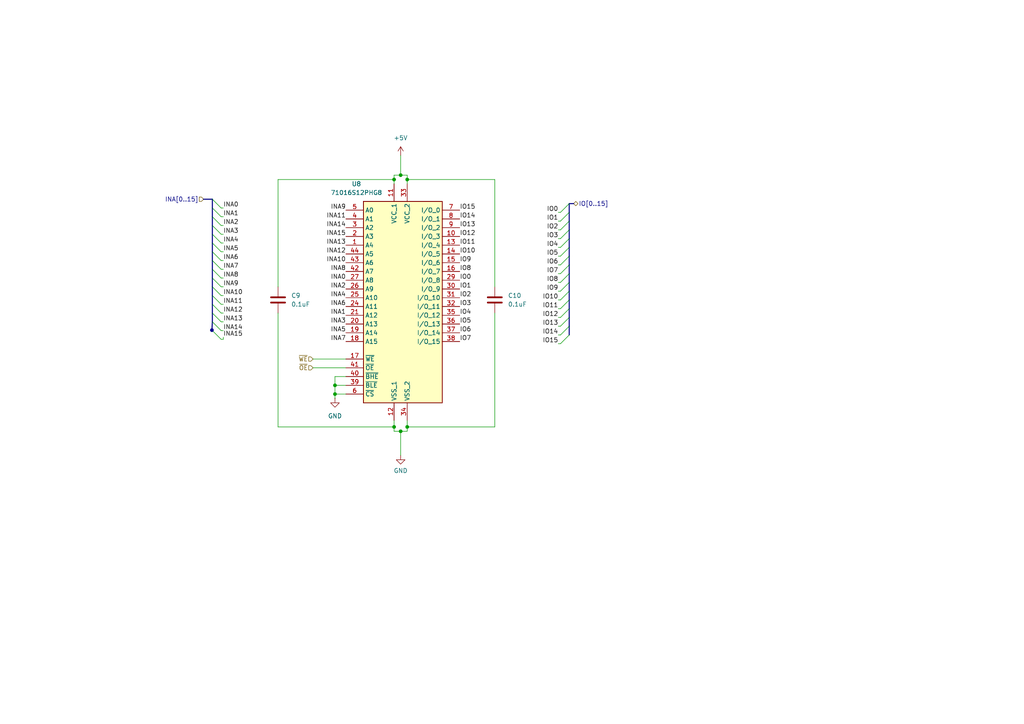
<source format=kicad_sch>
(kicad_sch (version 20250114) (generator "eeschema") (generator_version "9.0")
  (paper "A4")
  (title_block (comment 2 "Write: ~{OE} = H, ~{WE} = L") (comment 3 "Read: ~{OE} = L, ~{WE} = H") (comment 4 "High-Z output: ~{OE} = H, ~{WE} = H"))
  (lib_symbols
    (symbol "71016S12PHG8:71016S12PHG8"
      (property "Reference" "U?" (at 3.048 7.62 0))
      (property "Value" "71016S12PHG8" (at 3.048 5.08 0))
      (symbol "71016S12PHG8_1_1"
        (rectangle (start 5.08 2.54) (end 27.94 -55.88) (stroke (width 0.254)) (fill (type background)))
        (pin passive line (at 0 0 0) (length 5.08) (name "A0") (number "5"))
        (pin passive line (at 0 -2.54 0) (length 5.08) (name "A1") (number "4"))
        (pin passive line (at 0 -5.08 0) (length 5.08) (name "A2") (number "3"))
        (pin passive line (at 0 -7.62 0) (length 5.08) (name "A3") (number "2"))
        (pin passive line (at 0 -10.16 0) (length 5.08) (name "A4") (number "1"))
        (pin passive line (at 0 -12.7 0) (length 5.08) (name "A5") (number "44"))
        (pin passive line (at 0 -15.24 0) (length 5.08) (name "A6") (number "43"))
        (pin passive line (at 0 -17.78 0) (length 5.08) (name "A7") (number "42"))
        (pin passive line (at 0 -20.32 0) (length 5.08) (name "A8") (number "27"))
        (pin passive line (at 0 -22.86 0) (length 5.08) (name "A9") (number "26"))
        (pin passive line (at 0 -25.4 0) (length 5.08) (name "A10") (number "25"))
        (pin passive line (at 0 -27.94 0) (length 5.08) (name "A11") (number "24"))
        (pin passive line (at 0 -30.48 0) (length 5.08) (name "A12") (number "21"))
        (pin passive line (at 0 -33.02 0) (length 5.08) (name "A13") (number "20"))
        (pin passive line (at 0 -35.56 0) (length 5.08) (name "A14") (number "19"))
        (pin passive line (at 0 -38.1 0) (length 5.08) (name "A15") (number "18"))
        (pin passive line (at 0 -43.18 0) (length 5.08) (name "~{WE}") (number "17"))
        (pin passive line (at 0 -45.72 0) (length 5.08) (name "~{OE}") (number "41"))
        (pin passive line (at 0 -48.26 0) (length 5.08) (name "~{BHE}") (number "40"))
        (pin passive line (at 0 -50.8 0) (length 5.08) (name "~{BLE}") (number "39"))
        (pin passive line (at 0 -53.34 0) (length 5.08) (name "~{CS}") (number "6"))
        (pin passive line (at 13.97 7.62 270) (length 5.08) (name "VCC_1") (number "11"))
        (pin passive line (at 13.97 -60.96 90) (length 5.08) (name "VSS_1") (number "12"))
        (pin passive line (at 17.78 7.62 270) (length 5.08) (name "VCC_2") (number "33"))
        (pin passive line (at 17.78 -60.96 90) (length 5.08) (name "VSS_2") (number "34"))
        (pin passive line (at 33.02 0 180) (length 5.08) (name "I/O_0") (number "7"))
        (pin passive line (at 33.02 -2.54 180) (length 5.08) (name "I/O_1") (number "8"))
        (pin passive line (at 33.02 -5.08 180) (length 5.08) (name "I/O_2") (number "9"))
        (pin passive line (at 33.02 -7.62 180) (length 5.08) (name "I/O_3") (number "10"))
        (pin passive line (at 33.02 -10.16 180) (length 5.08) (name "I/O_4") (number "13"))
        (pin passive line (at 33.02 -12.7 180) (length 5.08) (name "I/O_5") (number "14"))
        (pin passive line (at 33.02 -15.24 180) (length 5.08) (name "I/O_6") (number "15"))
        (pin passive line (at 33.02 -17.78 180) (length 5.08) (name "I/O_7") (number "16"))
        (pin passive line (at 33.02 -20.32 180) (length 5.08) (name "I/O_8") (number "29"))
        (pin passive line (at 33.02 -22.86 180) (length 5.08) (name "I/O_9") (number "30"))
        (pin passive line (at 33.02 -25.4 180) (length 5.08) (name "I/O_10") (number "31"))
        (pin passive line (at 33.02 -27.94 180) (length 5.08) (name "I/O_11") (number "32"))
        (pin passive line (at 33.02 -30.48 180) (length 5.08) (name "I/O_12") (number "35"))
        (pin passive line (at 33.02 -33.02 180) (length 5.08) (name "I/O_13") (number "36"))
        (pin passive line (at 33.02 -35.56 180) (length 5.08) (name "I/O_14") (number "37"))
        (pin passive line (at 33.02 -38.1 180) (length 5.08) (name "I/O_15") (number "38"))
      )
    )
    (symbol "Device:C" (pin_numbers (hide yes)) (pin_names (offset 0.254))
      (property "Reference" "C" (at 0.635 2.54 0))
      (property "Value" "C" (at 0.635 -2.54 0))
      (symbol "C_0_1"
        (polyline (pts (xy -2.032 0.762) (xy 2.032 0.762)) (stroke (width 0.508)))
        (polyline (pts (xy -2.032 -0.762) (xy 2.032 -0.762)) (stroke (width 0.508)))
      )
      (symbol "C_1_1"
        (pin passive line (at 0 3.81 270) (length 2.794) (name "~") (number "1"))
        (pin passive line (at 0 -3.81 90) (length 2.794) (name "~") (number "2"))
      )
    )
    (symbol "power:+5V" (power) (pin_numbers (hide yes)) (pin_names (offset 0) (hide yes))
      (property "Value" "+5V" (at 0 3.556 0))
      (symbol "+5V_0_1"
        (polyline (pts (xy -0.762 1.27) (xy 0 2.54)))
        (polyline (pts (xy 0 2.54) (xy 0.762 1.27)))
        (polyline (pts (xy 0 0) (xy 0 2.54)))
      )
      (symbol "+5V_1_1"
        (pin power_in line (at 0 0 90) (length 0) (name "~") (number "1"))
      )
    )
    (symbol "power:GND" (power) (pin_numbers (hide yes)) (pin_names (offset 0) (hide yes))
      (property "Value" "GND" (at 0 -3.81 0))
      (symbol "GND_0_1"
        (polyline (pts (xy 0 0) (xy 0 -1.27) (xy 1.27 -1.27) (xy 0 -2.54) (xy -1.27 -1.27) (xy 0 -1.27)))
      )
      (symbol "GND_1_1"
        (pin power_in line (at 0 0 270) (length 0) (name "~") (number "1"))
      )
    )
  )
  (junction (at 116.205 50.8))
  (junction (at 114.3 52.07))
  (junction (at 118.11 123.825))
  (junction (at 97.155 111.76))
  (junction (at 61.468 95.758))
  (junction (at 97.155 114.3))
  (junction (at 118.11 52.07))
  (junction (at 114.3 123.825))
  (junction (at 116.205 125.095))
  (bus_entry (at 165.1 66.675) (size -2.54 2.54))
  (bus_entry (at 165.1 84.455) (size -2.54 2.54))
  (bus_entry (at 61.595 70.485) (size 2.54 2.54))
  (bus_entry (at 165.1 74.295) (size -2.54 2.54))
  (bus_entry (at 165.1 61.595) (size -2.54 2.54))
  (bus_entry (at 61.595 65.405) (size 2.54 2.54))
  (bus_entry (at 165.1 92.075) (size -2.54 2.54))
  (bus_entry (at 165.1 76.835) (size -2.54 2.54))
  (bus_entry (at 61.595 85.725) (size 2.54 2.54))
  (bus_entry (at 61.595 75.565) (size 2.54 2.54))
  (bus_entry (at 61.595 88.265) (size 2.54 2.54))
  (bus_entry (at 165.1 81.915) (size -2.54 2.54))
  (bus_entry (at 61.595 80.645) (size 2.54 2.54))
  (bus_entry (at 61.595 93.345) (size 2.54 2.54))
  (bus_entry (at 165.1 86.995) (size -2.54 2.54))
  (bus_entry (at 61.595 67.945) (size 2.54 2.54))
  (bus_entry (at 165.1 71.755) (size -2.54 2.54))
  (bus_entry (at 165.1 97.155) (size -2.54 2.54))
  (bus_entry (at 165.1 89.535) (size -2.54 2.54))
  (bus_entry (at 61.595 57.785) (size 2.54 2.54))
  (bus_entry (at 165.1 69.215) (size -2.54 2.54))
  (bus_entry (at 61.595 95.885) (size 2.54 2.54))
  (bus_entry (at 165.1 64.135) (size -2.54 2.54))
  (bus_entry (at 61.595 78.105) (size 2.54 2.54))
  (bus_entry (at 165.1 79.375) (size -2.54 2.54))
  (bus_entry (at 61.595 83.185) (size 2.54 2.54))
  (bus_entry (at 165.1 59.055) (size -2.54 2.54))
  (bus_entry (at 61.595 90.805) (size 2.54 2.54))
  (bus_entry (at 165.1 94.615) (size -2.54 2.54))
  (bus_entry (at 61.595 73.025) (size 2.54 2.54))
  (bus_entry (at 61.595 62.865) (size 2.54 2.54))
  (bus_entry (at 61.595 60.325) (size 2.54 2.54))
  (wire (pts (xy 97.155 114.3) (xy 97.155 111.76)))
  (bus (pts (xy 61.595 57.785) (xy 61.595 60.325)))
  (wire (pts (xy 64.135 85.725) (xy 64.77 85.725)))
  (bus (pts (xy 61.595 93.345) (xy 61.468 95.758)))
  (wire (pts (xy 161.925 74.295) (xy 162.56 74.295)))
  (wire (pts (xy 90.805 104.14) (xy 100.33 104.14)))
  (bus (pts (xy 165.1 79.375) (xy 165.1 81.915)))
  (bus (pts (xy 61.595 85.725) (xy 61.595 88.265)))
  (wire (pts (xy 64.135 78.105) (xy 64.77 78.105)))
  (bus (pts (xy 165.1 64.135) (xy 165.1 66.675)))
  (bus (pts (xy 61.595 80.645) (xy 61.595 83.185)))
  (wire (pts (xy 64.135 60.325) (xy 64.77 60.325)))
  (wire (pts (xy 64.135 88.265) (xy 64.77 88.265)))
  (bus (pts (xy 165.1 69.215) (xy 165.1 71.755)))
  (wire (pts (xy 64.135 75.565) (xy 64.77 75.565)))
  (bus (pts (xy 165.1 76.835) (xy 165.1 79.375)))
  (wire (pts (xy 143.51 90.805) (xy 143.51 123.825)))
  (bus (pts (xy 165.1 66.675) (xy 165.1 69.215)))
  (wire (pts (xy 114.3 123.825) (xy 114.3 121.92)))
  (bus (pts (xy 165.1 84.455) (xy 165.1 86.995)))
  (wire (pts (xy 64.135 83.185) (xy 64.77 83.185)))
  (bus (pts (xy 165.1 71.755) (xy 165.1 74.295)))
  (wire (pts (xy 161.925 89.535) (xy 162.56 89.535)))
  (wire (pts (xy 116.205 50.8) (xy 114.3 50.8)))
  (bus (pts (xy 61.595 73.025) (xy 61.595 75.565)))
  (wire (pts (xy 64.135 95.885) (xy 64.77 95.885)))
  (wire (pts (xy 161.925 92.075) (xy 162.56 92.075)))
  (wire (pts (xy 64.135 70.485) (xy 64.77 70.485)))
  (wire (pts (xy 161.925 97.155) (xy 162.56 97.155)))
  (bus (pts (xy 61.595 95.885) (xy 61.595 95.758)))
  (wire (pts (xy 97.155 109.22) (xy 100.33 109.22)))
  (wire (pts (xy 116.205 45.085) (xy 116.205 50.8)))
  (wire (pts (xy 64.135 98.425) (xy 64.77 98.425)))
  (bus (pts (xy 59.055 57.785) (xy 61.595 57.785)))
  (bus (pts (xy 61.595 70.485) (xy 61.595 73.025)))
  (bus (pts (xy 61.595 78.105) (xy 61.595 80.645)))
  (wire (pts (xy 97.155 115.57) (xy 97.155 114.3)))
  (bus (pts (xy 61.595 90.805) (xy 61.595 93.345)))
  (wire (pts (xy 161.925 76.835) (xy 162.56 76.835)))
  (wire (pts (xy 97.155 111.76) (xy 100.33 111.76)))
  (wire (pts (xy 143.51 52.07) (xy 143.51 83.185)))
  (bus (pts (xy 166.37 59.055) (xy 165.1 59.055)))
  (wire (pts (xy 80.645 123.825) (xy 114.3 123.825)))
  (bus (pts (xy 61.468 95.758) (xy 61.595 95.885)))
  (bus (pts (xy 61.595 67.945) (xy 61.595 70.485)))
  (wire (pts (xy 97.155 114.3) (xy 100.33 114.3)))
  (wire (pts (xy 64.135 62.865) (xy 64.77 62.865)))
  (wire (pts (xy 161.925 66.675) (xy 162.56 66.675)))
  (bus (pts (xy 61.595 95.758) (xy 61.468 95.758)))
  (bus (pts (xy 61.595 62.865) (xy 61.595 65.405)))
  (bus (pts (xy 165.1 89.535) (xy 165.1 92.075)))
  (wire (pts (xy 118.11 125.095) (xy 118.11 123.825)))
  (bus (pts (xy 165.1 86.995) (xy 165.1 89.535)))
  (wire (pts (xy 114.3 52.07) (xy 114.3 53.34)))
  (wire (pts (xy 80.645 52.07) (xy 114.3 52.07)))
  (wire (pts (xy 118.11 123.825) (xy 118.11 121.92)))
  (wire (pts (xy 118.11 50.8) (xy 118.11 52.07)))
  (bus (pts (xy 61.595 60.325) (xy 61.595 62.865)))
  (wire (pts (xy 118.11 52.07) (xy 118.11 53.34)))
  (wire (pts (xy 143.51 123.825) (xy 118.11 123.825)))
  (wire (pts (xy 114.3 50.8) (xy 114.3 52.07)))
  (wire (pts (xy 161.925 99.695) (xy 162.56 99.695)))
  (bus (pts (xy 165.1 92.075) (xy 165.1 94.615)))
  (wire (pts (xy 118.11 52.07) (xy 143.51 52.07)))
  (wire (pts (xy 161.925 69.215) (xy 162.56 69.215)))
  (bus (pts (xy 61.595 65.405) (xy 61.595 67.945)))
  (wire (pts (xy 114.3 125.095) (xy 116.205 125.095)))
  (wire (pts (xy 80.645 90.805) (xy 80.645 123.825)))
  (wire (pts (xy 161.925 84.455) (xy 162.56 84.455)))
  (wire (pts (xy 161.925 81.915) (xy 162.56 81.915)))
  (wire (pts (xy 116.205 125.095) (xy 118.11 125.095)))
  (wire (pts (xy 161.925 64.135) (xy 162.56 64.135)))
  (wire (pts (xy 116.205 50.8) (xy 118.11 50.8)))
  (wire (pts (xy 64.135 67.945) (xy 64.77 67.945)))
  (wire (pts (xy 90.805 106.68) (xy 100.33 106.68)))
  (wire (pts (xy 64.135 90.805) (xy 64.77 90.805)))
  (wire (pts (xy 161.925 94.615) (xy 162.56 94.615)))
  (bus (pts (xy 165.1 59.055) (xy 165.1 61.595)))
  (wire (pts (xy 64.135 80.645) (xy 64.77 80.645)))
  (bus (pts (xy 61.595 75.565) (xy 61.595 78.105)))
  (wire (pts (xy 64.77 97.79) (xy 64.77 98.425)))
  (wire (pts (xy 64.135 73.025) (xy 64.77 73.025)))
  (wire (pts (xy 161.925 61.595) (xy 162.56 61.595)))
  (wire (pts (xy 114.3 125.095) (xy 114.3 123.825)))
  (wire (pts (xy 97.155 111.76) (xy 97.155 109.22)))
  (wire (pts (xy 161.925 79.375) (xy 162.56 79.375)))
  (bus (pts (xy 165.1 94.615) (xy 165.1 97.155)))
  (bus (pts (xy 165.1 74.295) (xy 165.1 76.835)))
  (bus (pts (xy 61.595 88.265) (xy 61.595 90.805)))
  (wire (pts (xy 80.645 83.185) (xy 80.645 52.07)))
  (bus (pts (xy 165.1 81.915) (xy 165.1 84.455)))
  (wire (pts (xy 64.135 93.345) (xy 64.77 93.345)))
  (wire (pts (xy 64.135 65.405) (xy 64.77 65.405)))
  (bus (pts (xy 165.1 61.595) (xy 165.1 64.135)))
  (wire (pts (xy 161.925 86.995) (xy 162.56 86.995)))
  (bus (pts (xy 61.595 83.185) (xy 61.595 85.725)))
  (wire (pts (xy 161.925 71.755) (xy 162.56 71.755)))
  (wire (pts (xy 116.205 125.095) (xy 116.205 132.08)))
  (label "INA1" (at 100.33 91.44 180))
  (label "IO15" (at 161.925 99.695 180))
  (label "INA5" (at 64.77 73.025 0))
  (label "INA7" (at 100.33 99.06 180))
  (label "INA15" (at 100.33 68.58 180))
  (label "IO5" (at 133.35 93.98 0))
  (label "INA2" (at 100.33 83.82 180))
  (label "IO13" (at 161.925 94.615 180))
  (label "INA6" (at 100.33 88.9 180))
  (label "IO9" (at 161.925 84.455 180))
  (label "INA4" (at 100.33 86.36 180))
  (label "IO10" (at 133.35 73.66 0))
  (label "IO11" (at 161.925 89.535 180))
  (label "INA9" (at 100.33 60.96 180))
  (label "IO0" (at 161.925 61.595 180))
  (label "IO1" (at 161.925 64.135 180))
  (label "INA11" (at 64.77 88.265 0))
  (label "INA10" (at 100.33 76.2 180))
  (label "INA6" (at 64.77 75.565 0))
  (label "IO5" (at 161.925 74.295 180))
  (label "INA0" (at 100.33 81.28 180))
  (label "INA14" (at 100.33 66.04 180))
  (label "INA7" (at 64.77 78.105 0))
  (label "INA5" (at 100.33 96.52 180))
  (label "IO4" (at 133.35 91.44 0))
  (label "IO3" (at 133.35 88.9 0))
  (label "INA8" (at 64.77 80.645 0))
  (label "IO2" (at 161.925 66.675 180))
  (label "IO6" (at 133.35 96.52 0))
  (label "INA12" (at 64.77 90.805 0))
  (label "INA11" (at 100.33 63.5 180))
  (label "IO14" (at 161.925 97.155 180))
  (label "IO14" (at 133.35 63.5 0))
  (label "INA13" (at 100.33 71.12 180))
  (label "IO8" (at 161.925 81.915 180))
  (label "IO7" (at 133.35 99.06 0))
  (label "IO12" (at 161.925 92.075 180))
  (label "IO13" (at 133.35 66.04 0))
  (label "INA12" (at 100.33 73.66 180))
  (label "IO7" (at 161.925 79.375 180))
  (label "IO2" (at 133.35 86.36 0))
  (label "INA0" (at 64.77 60.325 0))
  (label "IO4" (at 161.925 71.755 180))
  (label "INA1" (at 64.77 62.865 0))
  (label "INA8" (at 100.33 78.74 180))
  (label "IO12" (at 133.35 68.58 0))
  (label "INA10" (at 64.77 85.725 0))
  (label "IO15" (at 133.35 60.96 0))
  (label "INA3" (at 100.33 93.98 180))
  (label "IO10" (at 161.925 86.995 180))
  (label "INA2" (at 64.77 65.405 0))
  (label "INA9" (at 64.77 83.185 0))
  (label "IO3" (at 161.925 69.215 180))
  (label "IO0" (at 133.35 81.28 0))
  (label "INA3" (at 64.77 67.945 0))
  (label "INA15" (at 64.77 97.79 0))
  (label "IO9" (at 133.35 76.2 0))
  (label "IO1" (at 133.35 83.82 0))
  (label "IO8" (at 133.35 78.74 0))
  (label "IO11" (at 133.35 71.12 0))
  (label "INA13" (at 64.77 93.345 0))
  (label "IO6" (at 161.925 76.835 180))
  (label "INA4" (at 64.77 70.485 0))
  (label "INA14" (at 64.77 95.885 0))
  (hierarchical_label "~{OE}" (shape input) (at 90.805 106.68 180))
  (hierarchical_label "INA[0..15]" (shape input) (at 59.055 57.785 180))
  (hierarchical_label "~{WE}" (shape input) (at 90.805 104.14 180))
  (hierarchical_label "IO[0..15]" (shape bidirectional) (at 166.37 59.055 0))
  (symbol (lib_id "power:GND") (at 116.205 132.08 0) (unit 1)
    (property "Reference" "#PWR0106" (effects (hide yes)))
    (property "Value" "GND" (at 116.205 136.525 0))
    (property "Description" "Power symbol creates a global label with name \"GND\" , ground" (effects (hide yes)))
    (instances (project "AOS16 Double Buffer" (path "" (reference "#PWR023") (unit 1))) (project "Memory Controller" (path "" (reference "#PWR0106") (unit 1))))
  )
  (symbol (lib_id "Device:C") (at 80.645 86.995 0) (unit 1)
    (property "Reference" "C17" (at 84.455 85.7249 0) (effects (justify left)))
    (property "Value" "0.1uF" (at 84.455 88.2649 0) (effects (justify left)))
    (property "Footprint" "Capacitor_SMD:C_0603_1608Metric" (effects (hide yes)))
    (property "Description" "Unpolarized capacitor" (effects (hide yes)))
    (instances (project "AOS16 Double Buffer" (path "" (reference "C9") (unit 1))) (project "Memory Controller" (path "" (reference "C17") (unit 1))))
  )
  (symbol (lib_id "power:+5V") (at 116.205 45.085 0) (unit 1)
    (property "Reference" "#PWR0108" (effects (hide yes)))
    (property "Value" "+5V" (at 116.205 40.005 0))
    (property "Description" "Power symbol creates a global label with name \"+5V\"" (effects (hide yes)))
    (instances (project "AOS16 Double Buffer" (path "" (reference "#PWR022") (unit 1))) (project "Memory Controller" (path "" (reference "#PWR0108") (unit 1))))
  )
  (symbol (lib_id "71016S12PHG8:71016S12PHG8") (at 100.33 60.96 0) (unit 1)
    (property "Reference" "U14" (at 103.378 53.34 0))
    (property "Value" "71016S12PHG8" (at 103.378 55.88 0))
    (property "Footprint" "Package_SO:TSOP-II-44_10.16x18.41mm_P0.8mm" (effects (hide yes)))
    (property "Datasheet" "https://www.idt.com/document/dst/71016-data-sheet" (effects (hide yes)))
    (property "Description" "The 71016 5V CMOS SRAM is organized as 64K x 16. All bidirectional inputs and outputs of the 71016 are TTL-compatible and operation is from a single 5V supply. Fully static asynchronous circuitry is used, requiring no clocks or refresh for operation." (effects (hide yes)))
    (property "Height" "1.2" (effects (hide yes)))
    (property "Mouser Part Number" "972-71016S12PHG8" (effects (hide yes)))
    (property "Mouser Price/Stock" "https://www.mouser.co.uk/ProductDetail/Renesas-Electronics/71016S12PHG8?qs=GVScuG1d83gG06t1uI3XoQ%3D%3D" (effects (hide yes)))
    (property "Manufacturer_Name" "Renesas Electronics" (effects (hide yes)))
    (property "Manufacturer_Part_Number" "71016S12PHG8" (effects (hide yes)))
    (instances (project "AOS16 Double Buffer" (path "" (reference "U8") (unit 1))) (project "Memory Controller" (path "" (reference "U14") (unit 1))))
  )
  (symbol (lib_id "power:GND") (at 97.155 115.57 0) (unit 1)
    (property "Reference" "#PWR0107" (effects (hide yes)))
    (property "Value" "GND" (at 97.155 120.65 0))
    (property "Description" "Power symbol creates a global label with name \"GND\" , ground" (effects (hide yes)))
    (instances (project "AOS16 Double Buffer" (path "" (reference "#PWR021") (unit 1))) (project "Memory Controller" (path "" (reference "#PWR0107") (unit 1))))
  )
  (symbol (lib_id "Device:C") (at 143.51 86.995 0) (unit 1)
    (property "Reference" "C18" (at 147.32 85.7249 0) (effects (justify left)))
    (property "Value" "0.1uF" (at 147.32 88.2649 0) (effects (justify left)))
    (property "Footprint" "Capacitor_SMD:C_0603_1608Metric" (effects (hide yes)))
    (property "Description" "Unpolarized capacitor" (effects (hide yes)))
    (instances (project "AOS16 Double Buffer" (path "" (reference "C10") (unit 1))) (project "Memory Controller" (path "" (reference "C18") (unit 1))))
  )
)
</source>
